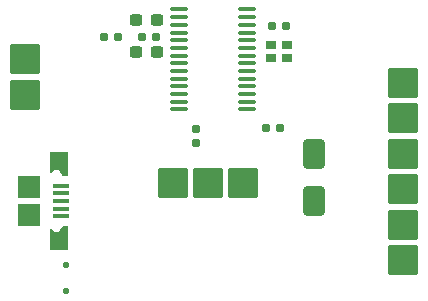
<source format=gbr>
%TF.GenerationSoftware,KiCad,Pcbnew,7.0.6-7.0.6~ubuntu22.04.1*%
%TF.CreationDate,2023-07-18T23:37:18-07:00*%
%TF.ProjectId,NHz_F4_FC,4e487a5f-4634-45f4-9643-2e6b69636164,rev?*%
%TF.SameCoordinates,Original*%
%TF.FileFunction,Paste,Bot*%
%TF.FilePolarity,Positive*%
%FSLAX46Y46*%
G04 Gerber Fmt 4.6, Leading zero omitted, Abs format (unit mm)*
G04 Created by KiCad (PCBNEW 7.0.6-7.0.6~ubuntu22.04.1) date 2023-07-18 23:37:18*
%MOMM*%
%LPD*%
G01*
G04 APERTURE LIST*
G04 Aperture macros list*
%AMRoundRect*
0 Rectangle with rounded corners*
0 $1 Rounding radius*
0 $2 $3 $4 $5 $6 $7 $8 $9 X,Y pos of 4 corners*
0 Add a 4 corners polygon primitive as box body*
4,1,4,$2,$3,$4,$5,$6,$7,$8,$9,$2,$3,0*
0 Add four circle primitives for the rounded corners*
1,1,$1+$1,$2,$3*
1,1,$1+$1,$4,$5*
1,1,$1+$1,$6,$7*
1,1,$1+$1,$8,$9*
0 Add four rect primitives between the rounded corners*
20,1,$1+$1,$2,$3,$4,$5,0*
20,1,$1+$1,$4,$5,$6,$7,0*
20,1,$1+$1,$6,$7,$8,$9,0*
20,1,$1+$1,$8,$9,$2,$3,0*%
%AMFreePoly0*
4,1,9,0.800000,0.650000,0.550000,0.400000,0.550000,0.000000,1.050000,-0.350000,1.050000,-0.800000,-1.050000,-0.800000,-1.050000,0.800000,0.800000,0.800000,0.800000,0.650000,0.800000,0.650000,$1*%
%AMFreePoly1*
4,1,9,1.050000,-0.800000,-1.050000,-0.800000,-1.050000,-0.350000,-0.550000,0.000000,-0.550000,0.400000,-0.800000,0.650000,-0.800000,0.800000,1.050000,0.800000,1.050000,-0.800000,1.050000,-0.800000,$1*%
G04 Aperture macros list end*
%ADD10RoundRect,0.160000X0.197500X0.160000X-0.197500X0.160000X-0.197500X-0.160000X0.197500X-0.160000X0*%
%ADD11RoundRect,0.125000X1.125000X1.125000X-1.125000X1.125000X-1.125000X-1.125000X1.125000X-1.125000X0*%
%ADD12R,1.350000X0.400000*%
%ADD13FreePoly0,90.000000*%
%ADD14R,1.900000X1.900000*%
%ADD15FreePoly1,90.000000*%
%ADD16RoundRect,0.125000X-0.125000X0.125000X-0.125000X-0.125000X0.125000X-0.125000X0.125000X0.125000X0*%
%ADD17RoundRect,0.155000X-0.212500X-0.155000X0.212500X-0.155000X0.212500X0.155000X-0.212500X0.155000X0*%
%ADD18RoundRect,0.250000X0.650000X-1.000000X0.650000X1.000000X-0.650000X1.000000X-0.650000X-1.000000X0*%
%ADD19RoundRect,0.155000X0.212500X0.155000X-0.212500X0.155000X-0.212500X-0.155000X0.212500X-0.155000X0*%
%ADD20RoundRect,0.237500X0.300000X0.237500X-0.300000X0.237500X-0.300000X-0.237500X0.300000X-0.237500X0*%
%ADD21RoundRect,0.160000X-0.197500X-0.160000X0.197500X-0.160000X0.197500X0.160000X-0.197500X0.160000X0*%
%ADD22R,0.900000X0.800000*%
%ADD23RoundRect,0.155000X-0.155000X0.212500X-0.155000X-0.212500X0.155000X-0.212500X0.155000X0.212500X0*%
%ADD24RoundRect,0.100000X0.637500X0.100000X-0.637500X0.100000X-0.637500X-0.100000X0.637500X-0.100000X0*%
G04 APERTURE END LIST*
D10*
%TO.C,R13*%
X121897500Y-35600000D03*
X120702500Y-35600000D03*
%TD*%
D11*
%TO.C,TP30*%
X129500000Y-48000000D03*
%TD*%
%TO.C,TP5*%
X146000000Y-48500000D03*
%TD*%
D12*
%TO.C,J1*%
X117035000Y-50800000D03*
X117035000Y-50150000D03*
X117035000Y-49500000D03*
X117035000Y-48850000D03*
X117035000Y-48200000D03*
D13*
X116910000Y-52600000D03*
D14*
X114360000Y-50700000D03*
X114360000Y-48300000D03*
D15*
X116910000Y-46400000D03*
%TD*%
D16*
%TO.C,D5*%
X117500000Y-54900000D03*
X117500000Y-57100000D03*
%TD*%
D11*
%TO.C,TP4*%
X146000000Y-42500000D03*
%TD*%
%TO.C,TP6*%
X146000000Y-54500000D03*
%TD*%
%TO.C,TP3*%
X146000000Y-45500000D03*
%TD*%
D17*
%TO.C,C1*%
X134932500Y-34700000D03*
X136067500Y-34700000D03*
%TD*%
D11*
%TO.C,TP25*%
X132500000Y-48000000D03*
%TD*%
D18*
%TO.C,D1*%
X138500000Y-49500000D03*
X138500000Y-45500000D03*
%TD*%
D11*
%TO.C,TP32*%
X114000000Y-37500000D03*
%TD*%
D19*
%TO.C,C2*%
X125067500Y-35600000D03*
X123932500Y-35600000D03*
%TD*%
D11*
%TO.C,TP29*%
X126500000Y-48000000D03*
%TD*%
%TO.C,TP18*%
X146000000Y-39500000D03*
%TD*%
D20*
%TO.C,C23*%
X125162500Y-34200000D03*
X123437500Y-34200000D03*
%TD*%
D21*
%TO.C,R12*%
X134402500Y-43300000D03*
X135597500Y-43300000D03*
%TD*%
D20*
%TO.C,C24*%
X125162500Y-36900000D03*
X123437500Y-36900000D03*
%TD*%
D22*
%TO.C,Y3*%
X136200000Y-37350000D03*
X134800000Y-37350000D03*
X134800000Y-36250000D03*
X136200000Y-36250000D03*
%TD*%
D11*
%TO.C,TP31*%
X114000000Y-40500000D03*
%TD*%
D23*
%TO.C,C22*%
X128500000Y-43432500D03*
X128500000Y-44567500D03*
%TD*%
D11*
%TO.C,TP22*%
X146000000Y-51500000D03*
%TD*%
D24*
%TO.C,U8*%
X132762500Y-33275000D03*
X132762500Y-33925000D03*
X132762500Y-34575000D03*
X132762500Y-35225000D03*
X132762500Y-35875000D03*
X132762500Y-36525000D03*
X132762500Y-37175000D03*
X132762500Y-37825000D03*
X132762500Y-38475000D03*
X132762500Y-39125000D03*
X132762500Y-39775000D03*
X132762500Y-40425000D03*
X132762500Y-41075000D03*
X132762500Y-41725000D03*
X127037500Y-41725000D03*
X127037500Y-41075000D03*
X127037500Y-40425000D03*
X127037500Y-39775000D03*
X127037500Y-39125000D03*
X127037500Y-38475000D03*
X127037500Y-37825000D03*
X127037500Y-37175000D03*
X127037500Y-36525000D03*
X127037500Y-35875000D03*
X127037500Y-35225000D03*
X127037500Y-34575000D03*
X127037500Y-33925000D03*
X127037500Y-33275000D03*
%TD*%
M02*

</source>
